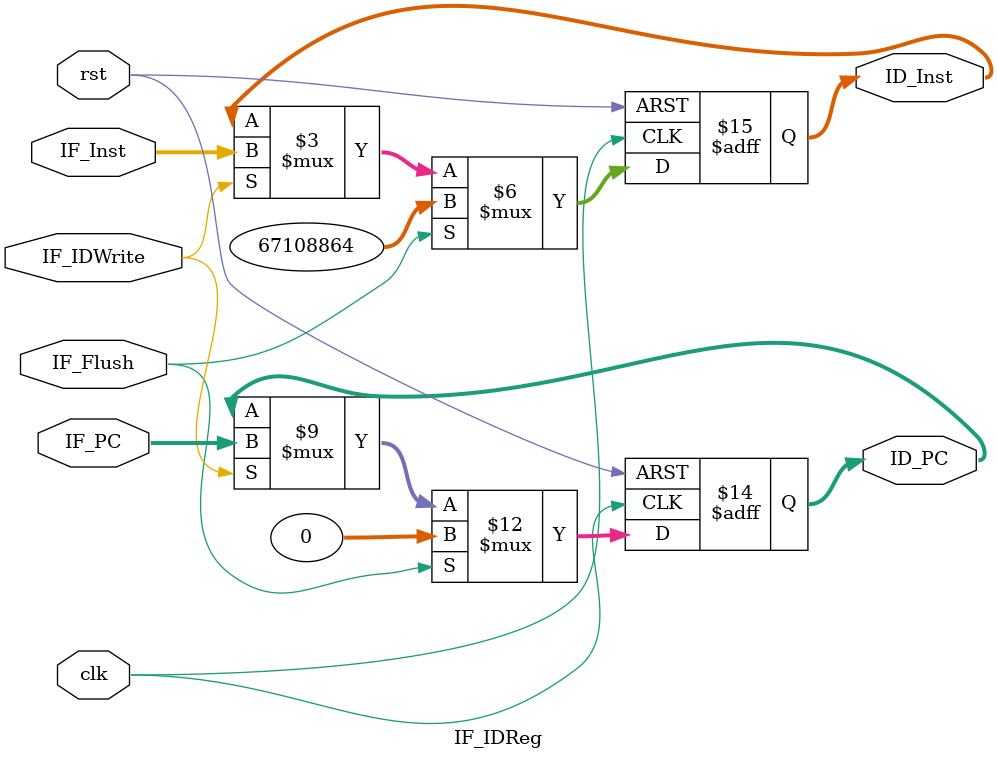
<source format=v>
`timescale 1ps/1ps
module IF_IDReg(
       clk,
       rst,
       IF_IDWrite,
       IF_PC,
       IF_Inst,
       IF_Flush,
       ID_PC,
       ID_Inst   
       );

    input clk,
          rst,
          IF_Flush,
          IF_IDWrite;
    
    input [31:0] IF_PC,
                 IF_Inst;
    
    output reg [31:0] ID_PC,
                      ID_Inst;

    always@(posedge clk, posedge rst) begin
        if(rst) begin
            ID_PC <= 32'b0;
            ID_Inst <= 32'b00000100000000000000000000000000;
        end
        else begin
            if(IF_Flush) begin
                ID_PC <= 32'b0;
                ID_Inst <= 32'b00000100000000000000000000000000;
            end
            else begin
                if(IF_IDWrite)begin 
                    ID_Inst <= IF_Inst;
                    ID_PC <= IF_PC;
                end
                else begin
                    ID_Inst <= ID_Inst;
                    ID_PC <= ID_PC;
                end
            end
        end
    end
endmodule
</source>
